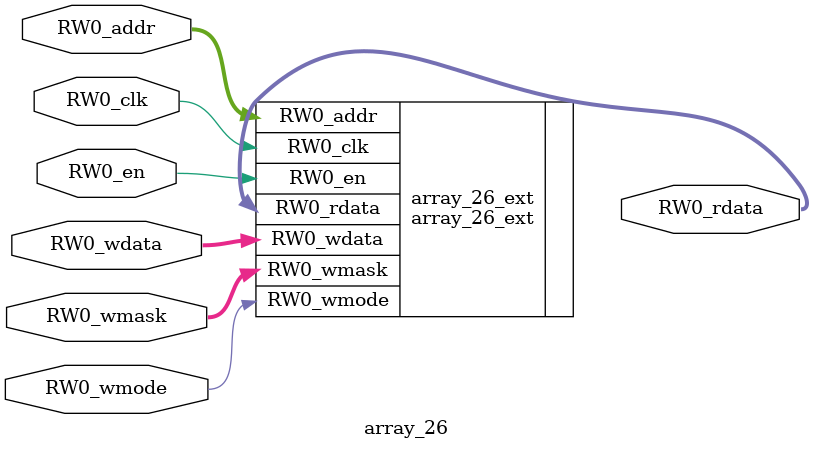
<source format=sv>
`ifndef RANDOMIZE
  `ifdef RANDOMIZE_MEM_INIT
    `define RANDOMIZE
  `endif // RANDOMIZE_MEM_INIT
`endif // not def RANDOMIZE
`ifndef RANDOMIZE
  `ifdef RANDOMIZE_REG_INIT
    `define RANDOMIZE
  `endif // RANDOMIZE_REG_INIT
`endif // not def RANDOMIZE

`ifndef RANDOM
  `define RANDOM $random
`endif // not def RANDOM

// Users can define INIT_RANDOM as general code that gets injected into the
// initializer block for modules with registers.
`ifndef INIT_RANDOM
  `define INIT_RANDOM
`endif // not def INIT_RANDOM

// If using random initialization, you can also define RANDOMIZE_DELAY to
// customize the delay used, otherwise 0.002 is used.
`ifndef RANDOMIZE_DELAY
  `define RANDOMIZE_DELAY 0.002
`endif // not def RANDOMIZE_DELAY

// Define INIT_RANDOM_PROLOG_ for use in our modules below.
`ifndef INIT_RANDOM_PROLOG_
  `ifdef RANDOMIZE
    `ifdef VERILATOR
      `define INIT_RANDOM_PROLOG_ `INIT_RANDOM
    `else  // VERILATOR
      `define INIT_RANDOM_PROLOG_ `INIT_RANDOM #`RANDOMIZE_DELAY begin end
    `endif // VERILATOR
  `else  // RANDOMIZE
    `define INIT_RANDOM_PROLOG_
  `endif // RANDOMIZE
`endif // not def INIT_RANDOM_PROLOG_

// Include register initializers in init blocks unless synthesis is set
`ifndef SYNTHESIS
  `ifndef ENABLE_INITIAL_REG_
    `define ENABLE_INITIAL_REG_
  `endif // not def ENABLE_INITIAL_REG_
`endif // not def SYNTHESIS

// Include rmemory initializers in init blocks unless synthesis is set
`ifndef SYNTHESIS
  `ifndef ENABLE_INITIAL_MEM_
    `define ENABLE_INITIAL_MEM_
  `endif // not def ENABLE_INITIAL_MEM_
`endif // not def SYNTHESIS

module array_26(
  input  [12:0] RW0_addr,
  input         RW0_en,
  input         RW0_clk,
  input         RW0_wmode,
  input  [41:0] RW0_wdata,
  output [41:0] RW0_rdata,
  input  [5:0]  RW0_wmask
);

  array_26_ext array_26_ext (
    .RW0_addr  (RW0_addr),
    .RW0_en    (RW0_en),
    .RW0_clk   (RW0_clk),
    .RW0_wmode (RW0_wmode),
    .RW0_wdata (RW0_wdata),
    .RW0_rdata (RW0_rdata),
    .RW0_wmask (RW0_wmask)
  );
endmodule


</source>
